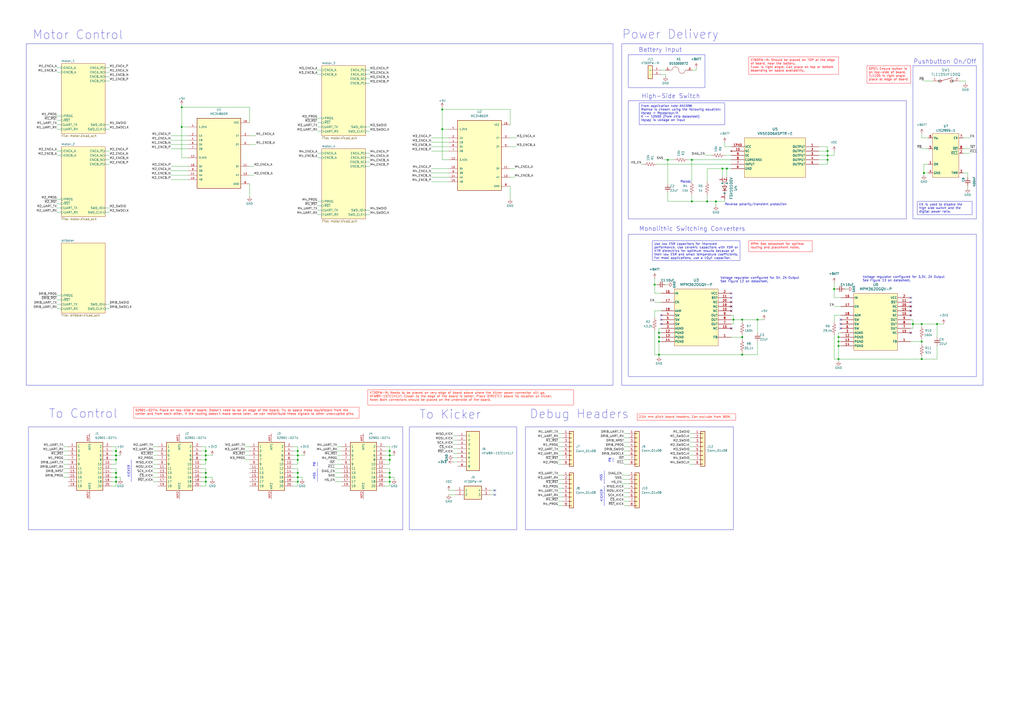
<source format=kicad_sch>
(kicad_sch (version 20231120) (generator "eeschema") (generator_version "8.0")
  (paper "A2")
  (junction (at 486.41 195.58))
  (junction (at 226.06 276.86))
  (junction (at 119.38 274.32))
  (junction (at 172.72 261.62))
  (junction (at 226.06 266.7))
  (junction (at 480.06 90.17))
  (junction (at 382.27 193.04))
  (junction (at 119.38 264.16))
  (junction (at 421.64 97.79))
  (junction (at 172.72 279.4))
  (junction (at 529.59 187.96))
  (junction (at 486.41 200.66))
  (junction (at 534.67 187.96))
  (junction (at 172.72 266.7))
  (junction (at 415.29 116.84))
  (junction (at 534.67 198.12))
  (junction (at 172.72 276.86))
  (junction (at 256.54 74.93))
  (junction (at 67.31 266.7))
  (junction (at 67.31 274.32))
  (junction (at 535.94 100.33))
  (junction (at 382.27 198.12))
  (junction (at 172.72 274.32))
  (junction (at 387.35 92.71))
  (junction (at 226.06 264.16))
  (junction (at 119.38 279.4))
  (junction (at 119.38 266.7))
  (junction (at 226.06 279.4))
  (junction (at 105.41 73.66))
  (junction (at 379.73 165.1))
  (junction (at 67.31 264.16))
  (junction (at 401.32 92.71))
  (junction (at 119.38 261.62))
  (junction (at 67.31 279.4))
  (junction (at 480.06 92.71))
  (junction (at 410.21 116.84))
  (junction (at 439.42 185.42))
  (junction (at 486.41 198.12))
  (junction (at 419.1 97.79))
  (junction (at 67.31 261.62))
  (junction (at 430.53 205.74))
  (junction (at 480.06 87.63))
  (junction (at 483.87 167.64))
  (junction (at 172.72 264.16))
  (junction (at 119.38 276.86))
  (junction (at 543.56 187.96))
  (junction (at 534.67 208.28))
  (junction (at 430.53 195.58))
  (junction (at 382.27 195.58))
  (junction (at 226.06 261.62))
  (junction (at 401.32 116.84))
  (junction (at 382.27 205.74))
  (junction (at 226.06 274.32))
  (junction (at 67.31 276.86))
  (junction (at 425.45 185.42))
  (junction (at 430.53 185.42))
  (junction (at 486.41 208.28))
  (junction (at 256.54 63.5))
  (junction (at 105.41 62.23))
  (no_connect (at 487.68 187.96))
  (no_connect (at 424.18 170.18))
  (no_connect (at 424.18 190.5))
  (no_connect (at 528.32 175.26))
  (no_connect (at 528.32 172.72))
  (no_connect (at 424.18 180.34))
  (no_connect (at 528.32 180.34))
  (no_connect (at 383.54 182.88))
  (no_connect (at 424.18 172.72))
  (no_connect (at 528.32 177.8))
  (no_connect (at 383.54 185.42))
  (no_connect (at 528.32 193.04))
  (no_connect (at 383.54 187.96))
  (no_connect (at 287.02 287.02))
  (no_connect (at 528.32 182.88))
  (no_connect (at 287.02 284.48))
  (no_connect (at 487.68 190.5))
  (no_connect (at 424.18 177.8))
  (no_connect (at 487.68 185.42))
  (no_connect (at 424.18 175.26))
  (polyline (pts (xy 355.6 265.43) (xy 355.6 267.97)))
  (wire (pts (xy 260.35 284.48) (xy 264.16 284.48)))
  (wire (pts (xy 379.73 180.34) (xy 379.73 184.15)))
  (wire (pts (xy 421.64 97.79) (xy 421.64 102.87)))
  (wire (pts (xy 558.8 100.33) (xy 561.34 100.33)))
  (wire (pts (xy 64.77 274.32) (xy 67.31 274.32)))
  (wire (pts (xy 534.67 196.85) (xy 534.67 198.12)))
  (wire (pts (xy 33.02 115.57) (xy 35.56 115.57)))
  (wire (pts (xy 430.53 194.31) (xy 430.53 195.58)))
  (wire (pts (xy 483.87 87.63) (xy 483.87 90.17)))
  (wire (pts (xy 35.56 176.53) (xy 33.02 176.53)))
  (wire (pts (xy 212.09 88.9) (xy 214.63 88.9)))
  (wire (pts (xy 419.1 97.79) (xy 421.64 97.79)))
  (wire (pts (xy 172.72 259.08) (xy 172.72 261.62)))
  (wire (pts (xy 214.63 73.66) (xy 212.09 73.66)))
  (wire (pts (xy 424.18 195.58) (xy 430.53 195.58)))
  (wire (pts (xy 116.84 261.62) (xy 119.38 261.62)))
  (wire (pts (xy 184.15 124.46) (xy 186.69 124.46)))
  (wire (pts (xy 425.45 187.96) (xy 425.45 185.42)))
  (wire (pts (xy 483.87 194.31) (xy 483.87 208.28)))
  (wire (pts (xy 400.05 259.08) (xy 402.59 259.08)))
  (polyline (pts (xy 184.15 271.78) (xy 184.15 279.4)))
  (wire (pts (xy 144.78 78.74) (xy 148.59 78.74)))
  (polyline (pts (xy 350.52 273.05) (xy 350.52 280.67)))
  (wire (pts (xy 184.15 76.2) (xy 186.69 76.2)))
  (wire (pts (xy 116.84 279.4) (xy 119.38 279.4)))
  (wire (pts (xy 116.84 276.86) (xy 119.38 276.86)))
  (wire (pts (xy 105.41 91.44) (xy 105.41 73.66)))
  (wire (pts (xy 379.73 165.1) (xy 379.73 170.18)))
  (wire (pts (xy 381 165.1) (xy 379.73 165.1)))
  (wire (pts (xy 223.52 264.16) (xy 226.06 264.16)))
  (wire (pts (xy 480.06 87.63) (xy 480.06 90.17)))
  (wire (pts (xy 382.27 198.12) (xy 382.27 195.58)))
  (polyline (pts (xy 184.15 267.97) (xy 184.15 270.51)))
  (wire (pts (xy 401.32 92.71) (xy 401.32 105.41)))
  (wire (pts (xy 198.12 276.86) (xy 194.31 276.86)))
  (wire (pts (xy 360.68 278.13) (xy 364.49 278.13)))
  (wire (pts (xy 172.72 274.32) (xy 172.72 276.86)))
  (wire (pts (xy 198.12 269.24) (xy 194.31 269.24)))
  (wire (pts (xy 64.77 259.08) (xy 67.31 259.08)))
  (wire (pts (xy 323.85 288.29) (xy 326.39 288.29)))
  (wire (pts (xy 184.15 43.18) (xy 186.69 43.18)))
  (wire (pts (xy 529.59 190.5) (xy 529.59 187.96)))
  (wire (pts (xy 116.84 269.24) (xy 119.38 269.24)))
  (wire (pts (xy 323.85 264.16) (xy 326.39 264.16)))
  (wire (pts (xy 538.48 95.25) (xy 535.94 95.25)))
  (wire (pts (xy 33.02 171.45) (xy 35.56 171.45)))
  (wire (pts (xy 424.18 97.79) (xy 421.64 97.79)))
  (wire (pts (xy 558.8 80.01) (xy 562.61 80.01)))
  (wire (pts (xy 36.83 264.16) (xy 39.37 264.16)))
  (wire (pts (xy 382.27 205.74) (xy 430.53 205.74)))
  (wire (pts (xy 36.83 276.86) (xy 39.37 276.86)))
  (wire (pts (xy 487.68 200.66) (xy 486.41 200.66)))
  (wire (pts (xy 361.95 285.75) (xy 364.49 285.75)))
  (wire (pts (xy 383.54 40.64) (xy 386.08 40.64)))
  (wire (pts (xy 214.63 124.46) (xy 212.09 124.46)))
  (wire (pts (xy 170.18 259.08) (xy 172.72 259.08)))
  (wire (pts (xy 361.95 290.83) (xy 364.49 290.83)))
  (wire (pts (xy 486.41 209.55) (xy 486.41 208.28)))
  (wire (pts (xy 250.19 85.09) (xy 260.35 85.09)))
  (wire (pts (xy 119.38 264.16) (xy 123.19 264.16)))
  (wire (pts (xy 119.38 279.4) (xy 119.38 281.94)))
  (wire (pts (xy 298.45 102.87) (xy 295.91 102.87)))
  (wire (pts (xy 35.56 120.65) (xy 33.02 120.65)))
  (wire (pts (xy 480.06 92.71) (xy 480.06 95.25)))
  (wire (pts (xy 425.45 182.88) (xy 425.45 185.42)))
  (wire (pts (xy 60.96 87.63) (xy 63.5 87.63)))
  (wire (pts (xy 195.58 259.08) (xy 198.12 259.08)))
  (wire (pts (xy 383.54 180.34) (xy 379.73 180.34)))
  (wire (pts (xy 67.31 261.62) (xy 67.31 264.16)))
  (wire (pts (xy 33.02 87.63) (xy 35.56 87.63)))
  (wire (pts (xy 36.83 274.32) (xy 39.37 274.32)))
  (wire (pts (xy 116.84 266.7) (xy 119.38 266.7)))
  (wire (pts (xy 486.41 198.12) (xy 487.68 198.12)))
  (wire (pts (xy 172.72 264.16) (xy 172.72 266.7)))
  (wire (pts (xy 256.54 74.93) (xy 260.35 74.93)))
  (wire (pts (xy 491.49 167.64) (xy 490.22 167.64)))
  (wire (pts (xy 170.18 281.94) (xy 172.72 281.94)))
  (wire (pts (xy 184.15 40.64) (xy 186.69 40.64)))
  (wire (pts (xy 223.52 269.24) (xy 226.06 269.24)))
  (wire (pts (xy 387.35 111.76) (xy 387.35 116.84)))
  (wire (pts (xy 538.48 100.33) (xy 535.94 100.33)))
  (wire (pts (xy 534.67 80.01) (xy 538.48 80.01)))
  (wire (pts (xy 387.35 116.84) (xy 401.32 116.84)))
  (wire (pts (xy 212.09 91.44) (xy 214.63 91.44)))
  (wire (pts (xy 33.02 118.11) (xy 35.56 118.11)))
  (wire (pts (xy 175.26 276.86) (xy 175.26 278.13)))
  (wire (pts (xy 33.02 74.93) (xy 35.56 74.93)))
  (wire (pts (xy 403.86 40.64) (xy 401.32 40.64)))
  (wire (pts (xy 323.85 293.37) (xy 326.39 293.37)))
  (wire (pts (xy 410.21 97.79) (xy 410.21 105.41)))
  (wire (pts (xy 326.39 251.46) (xy 323.85 251.46)))
  (wire (pts (xy 558.8 86.36) (xy 562.61 86.36)))
  (wire (pts (xy 420.37 82.55) (xy 420.37 85.09)))
  (wire (pts (xy 372.11 95.25) (xy 373.38 95.25)))
  (wire (pts (xy 360.68 275.59) (xy 364.49 275.59)))
  (wire (pts (xy 170.18 261.62) (xy 172.72 261.62)))
  (wire (pts (xy 535.94 95.25) (xy 535.94 100.33)))
  (wire (pts (xy 400.05 251.46) (xy 402.59 251.46)))
  (wire (pts (xy 63.5 123.19) (xy 60.96 123.19)))
  (wire (pts (xy 487.68 193.04) (xy 486.41 193.04)))
  (wire (pts (xy 486.41 200.66) (xy 486.41 198.12)))
  (wire (pts (xy 119.38 259.08) (xy 119.38 261.62)))
  (wire (pts (xy 400.05 269.24) (xy 402.59 269.24)))
  (wire (pts (xy 63.5 74.93) (xy 60.96 74.93)))
  (wire (pts (xy 379.73 175.26) (xy 383.54 175.26)))
  (wire (pts (xy 387.35 92.71) (xy 391.16 92.71)))
  (wire (pts (xy 386.08 43.18) (xy 386.08 44.45)))
  (wire (pts (xy 415.29 116.84) (xy 420.37 116.84)))
  (wire (pts (xy 284.48 287.02) (xy 287.02 287.02)))
  (wire (pts (xy 398.78 92.71) (xy 401.32 92.71)))
  (wire (pts (xy 63.5 179.07) (xy 60.96 179.07)))
  (wire (pts (xy 226.06 259.08) (xy 226.06 261.62)))
  (wire (pts (xy 323.85 290.83) (xy 326.39 290.83)))
  (wire (pts (xy 323.85 259.08) (xy 326.39 259.08)))
  (wire (pts (xy 198.12 271.78) (xy 194.31 271.78)))
  (wire (pts (xy 480.06 90.17) (xy 483.87 90.17)))
  (wire (pts (xy 323.85 254) (xy 326.39 254)))
  (wire (pts (xy 172.72 279.4) (xy 172.72 281.94)))
  (wire (pts (xy 170.18 271.78) (xy 172.72 271.78)))
  (polyline (pts (xy 76.2 266.7) (xy 76.2 279.4)))
  (wire (pts (xy 60.96 92.71) (xy 63.5 92.71)))
  (wire (pts (xy 298.45 97.79) (xy 295.91 97.79)))
  (wire (pts (xy 116.84 274.32) (xy 119.38 274.32)))
  (wire (pts (xy 67.31 271.78) (xy 67.31 274.32)))
  (wire (pts (xy 262.89 252.73) (xy 265.43 252.73)))
  (wire (pts (xy 105.41 73.66) (xy 109.22 73.66)))
  (wire (pts (xy 88.9 276.86) (xy 91.44 276.86)))
  (wire (pts (xy 486.41 200.66) (xy 486.41 208.28)))
  (wire (pts (xy 250.19 102.87) (xy 260.35 102.87)))
  (wire (pts (xy 119.38 261.62) (xy 119.38 264.16)))
  (wire (pts (xy 420.37 90.17) (xy 424.18 90.17)))
  (wire (pts (xy 323.85 285.75) (xy 326.39 285.75)))
  (wire (pts (xy 36.83 261.62) (xy 39.37 261.62)))
  (wire (pts (xy 403.86 39.37) (xy 403.86 40.64)))
  (wire (pts (xy 88.9 274.32) (xy 91.44 274.32)))
  (wire (pts (xy 99.06 99.06) (xy 109.22 99.06)))
  (wire (pts (xy 67.31 274.32) (xy 67.31 276.86)))
  (wire (pts (xy 67.31 276.86) (xy 67.31 279.4)))
  (wire (pts (xy 415.29 116.84) (xy 415.29 119.38)))
  (wire (pts (xy 170.18 266.7) (xy 172.72 266.7)))
  (wire (pts (xy 250.19 80.01) (xy 260.35 80.01)))
  (wire (pts (xy 99.06 81.28) (xy 109.22 81.28)))
  (wire (pts (xy 260.35 287.02) (xy 264.16 287.02)))
  (wire (pts (xy 67.31 264.16) (xy 69.85 264.16)))
  (wire (pts (xy 534.67 187.96) (xy 534.67 189.23)))
  (wire (pts (xy 439.42 198.12) (xy 439.42 205.74)))
  (wire (pts (xy 144.78 83.82) (xy 148.59 83.82)))
  (wire (pts (xy 361.95 288.29) (xy 364.49 288.29)))
  (wire (pts (xy 64.77 261.62) (xy 67.31 261.62)))
  (wire (pts (xy 116.84 264.16) (xy 119.38 264.16)))
  (wire (pts (xy 60.96 39.37) (xy 63.5 39.37)))
  (wire (pts (xy 430.53 204.47) (xy 430.53 205.74)))
  (wire (pts (xy 561.34 107.95) (xy 561.34 109.22)))
  (wire (pts (xy 226.06 274.32) (xy 226.06 276.86)))
  (wire (pts (xy 60.96 41.91) (xy 63.5 41.91)))
  (wire (pts (xy 323.85 266.7) (xy 326.39 266.7)))
  (wire (pts (xy 223.52 274.32) (xy 226.06 274.32)))
  (wire (pts (xy 184.15 91.44) (xy 186.69 91.44)))
  (wire (pts (xy 379.73 161.29) (xy 379.73 165.1)))
  (wire (pts (xy 480.06 90.17) (xy 480.06 92.71)))
  (wire (pts (xy 194.31 279.4) (xy 198.12 279.4)))
  (wire (pts (xy 250.19 105.41) (xy 260.35 105.41)))
  (wire (pts (xy 425.45 185.42) (xy 430.53 185.42)))
  (wire (pts (xy 382.27 190.5) (xy 382.27 193.04)))
  (wire (pts (xy 33.02 179.07) (xy 35.56 179.07)))
  (wire (pts (xy 33.02 173.99) (xy 35.56 173.99)))
  (wire (pts (xy 534.67 208.28) (xy 543.56 208.28)))
  (wire (pts (xy 212.09 48.26) (xy 214.63 48.26)))
  (wire (pts (xy 400.05 256.54) (xy 402.59 256.54)))
  (wire (pts (xy 64.77 276.86) (xy 67.31 276.86)))
  (wire (pts (xy 99.06 78.74) (xy 109.22 78.74)))
  (wire (pts (xy 212.09 93.98) (xy 214.63 93.98)))
  (wire (pts (xy 439.42 185.42) (xy 430.53 185.42)))
  (wire (pts (xy 142.24 261.62) (xy 144.78 261.62)))
  (wire (pts (xy 419.1 97.79) (xy 410.21 97.79)))
  (wire (pts (xy 483.87 208.28) (xy 486.41 208.28)))
  (wire (pts (xy 39.37 259.08) (xy 36.83 259.08)))
  (wire (pts (xy 64.77 264.16) (xy 67.31 264.16)))
  (wire (pts (xy 172.72 271.78) (xy 172.72 274.32)))
  (wire (pts (xy 226.06 266.7) (xy 226.06 269.24)))
  (wire (pts (xy 323.85 256.54) (xy 326.39 256.54)))
  (wire (pts (xy 382.27 195.58) (xy 383.54 195.58)))
  (wire (pts (xy 119.38 271.78) (xy 119.38 274.32)))
  (wire (pts (xy 214.63 76.2) (xy 212.09 76.2)))
  (wire (pts (xy 483.87 182.88) (xy 483.87 186.69)))
  (wire (pts (xy 172.72 264.16) (xy 176.53 264.16)))
  (wire (pts (xy 88.9 261.62) (xy 91.44 261.62)))
  (wire (pts (xy 33.02 39.37) (xy 35.56 39.37)))
  (wire (pts (xy 474.98 87.63) (xy 480.06 87.63)))
  (wire (pts (xy 64.77 279.4) (xy 67.31 279.4)))
  (wire (pts (xy 383.54 190.5) (xy 382.27 190.5)))
  (wire (pts (xy 226.06 261.62) (xy 226.06 264.16)))
  (wire (pts (xy 534.67 198.12) (xy 534.67 199.39)))
  (wire (pts (xy 360.68 280.67) (xy 364.49 280.67)))
  (wire (pts (xy 295.91 85.09) (xy 299.72 85.09)))
  (wire (pts (xy 534.67 86.36) (xy 538.48 86.36)))
  (wire (pts (xy 99.06 96.52) (xy 109.22 96.52)))
  (wire (pts (xy 144.78 106.68) (xy 144.78 114.3)))
  (wire (pts (xy 284.48 284.48) (xy 287.02 284.48)))
  (wire (pts (xy 543.56 187.96) (xy 543.56 195.58)))
  (wire (pts (xy 534.67 207.01) (xy 534.67 208.28)))
  (wire (pts (xy 486.41 208.28) (xy 534.67 208.28)))
  (wire (pts (xy 226.06 264.16) (xy 226.06 266.7)))
  (wire (pts (xy 119.38 266.7) (xy 119.38 269.24)))
  (wire (pts (xy 529.59 185.42) (xy 529.59 187.96)))
  (wire (pts (xy 194.31 274.32) (xy 198.12 274.32)))
  (wire (pts (xy 184.15 116.84) (xy 186.69 116.84)))
  (wire (pts (xy 260.35 92.71) (xy 256.54 92.71)))
  (wire (pts (xy 474.98 85.09) (xy 480.06 85.09)))
  (wire (pts (xy 195.58 264.16) (xy 198.12 264.16)))
  (wire (pts (xy 382.27 193.04) (xy 382.27 195.58)))
  (wire (pts (xy 33.02 69.85) (xy 35.56 69.85)))
  (wire (pts (xy 487.68 195.58) (xy 486.41 195.58)))
  (wire (pts (xy 401.32 92.71) (xy 424.18 92.71)))
  (wire (pts (xy 226.06 276.86) (xy 226.06 279.4)))
  (wire (pts (xy 64.77 281.94) (xy 67.31 281.94)))
  (wire (pts (xy 184.15 71.12) (xy 186.69 71.12)))
  (wire (pts (xy 561.34 100.33) (xy 561.34 102.87)))
  (wire (pts (xy 295.91 80.01) (xy 299.72 80.01)))
  (wire (pts (xy 170.18 269.24) (xy 172.72 269.24)))
  (wire (pts (xy 35.56 72.39) (xy 33.02 72.39)))
  (wire (pts (xy 323.85 261.62) (xy 326.39 261.62)))
  (wire (pts (xy 425.45 185.42) (xy 424.18 185.42)))
  (wire (pts (xy 226.06 264.16) (xy 228.6 264.16)))
  (wire (pts (xy 60.96 95.25) (xy 63.5 95.25)))
  (wire (pts (xy 88.9 264.16) (xy 91.44 264.16)))
  (wire (pts (xy 212.09 45.72) (xy 214.63 45.72)))
  (wire (pts (xy 558.8 88.9) (xy 562.61 88.9)))
  (wire (pts (xy 195.58 266.7) (xy 198.12 266.7)))
  (wire (pts (xy 529.59 187.96) (xy 528.32 187.96)))
  (wire (pts (xy 250.19 97.79) (xy 260.35 97.79)))
  (wire (pts (xy 119.38 276.86) (xy 123.19 276.86)))
  (wire (pts (xy 361.95 261.62) (xy 364.49 261.62)))
  (wire (pts (xy 119.38 274.32) (xy 119.38 276.86)))
  (wire (pts (xy 361.95 259.08) (xy 364.49 259.08)))
  (wire (pts (xy 262.89 255.27) (xy 265.43 255.27)))
  (wire (pts (xy 430.53 185.42) (xy 430.53 186.69)))
  (wire (pts (xy 64.77 266.7) (xy 67.31 266.7)))
  (wire (pts (xy 383.54 193.04) (xy 382.27 193.04)))
  (wire (pts (xy 419.1 102.87) (xy 419.1 97.79)))
  (wire (pts (xy 144.78 62.23) (xy 105.41 62.23)))
  (wire (pts (xy 88.9 269.24) (xy 91.44 269.24)))
  (wire (pts (xy 410.21 116.84) (xy 415.29 116.84)))
  (wire (pts (xy 119.38 264.16) (xy 119.38 266.7)))
  (wire (pts (xy 226.06 271.78) (xy 226.06 274.32)))
  (wire (pts (xy 262.89 267.97) (xy 265.43 267.97)))
  (wire (pts (xy 430.53 195.58) (xy 430.53 196.85)))
  (wire (pts (xy 400.05 264.16) (xy 402.59 264.16)))
  (wire (pts (xy 36.83 266.7) (xy 39.37 266.7)))
  (wire (pts (xy 420.37 116.84) (xy 420.37 115.57)))
  (wire (pts (xy 33.02 123.19) (xy 35.56 123.19)))
  (wire (pts (xy 256.54 63.5) (xy 256.54 74.93)))
  (wire (pts (xy 547.37 187.96) (xy 543.56 187.96)))
  (wire (pts (xy 250.19 100.33) (xy 260.35 100.33)))
  (wire (pts (xy 63.5 120.65) (xy 60.96 120.65)))
  (wire (pts (xy 119.38 276.86) (xy 119.38 279.4)))
  (wire (pts (xy 534.67 77.47) (xy 534.67 80.01)))
  (wire (pts (xy 223.52 281.94) (xy 226.06 281.94)))
  (wire (pts (xy 170.18 274.32) (xy 172.72 274.32)))
  (wire (pts (xy 226.06 279.4) (xy 226.06 281.94)))
  (wire (pts (xy 361.95 251.46) (xy 364.49 251.46)))
  (wire (pts (xy 387.35 165.1) (xy 386.08 165.1)))
  (wire (pts (xy 223.52 271.78) (xy 226.06 271.78)))
  (wire (pts (xy 483.87 167.64) (xy 483.87 172.72)))
  (wire (pts (xy 250.19 87.63) (xy 260.35 87.63)))
  (wire (pts (xy 212.09 43.18) (xy 214.63 43.18)))
  (wire (pts (xy 184.15 68.58) (xy 186.69 68.58)))
  (wire (pts (xy 560.07 46.99) (xy 560.07 48.26)))
  (wire (pts (xy 262.89 260.35) (xy 265.43 260.35)))
  (wire (pts (xy 99.06 101.6) (xy 109.22 101.6)))
  (wire (pts (xy 88.9 279.4) (xy 91.44 279.4)))
  (wire (pts (xy 383.54 170.18) (xy 379.73 170.18)))
  (wire (pts (xy 474.98 90.17) (xy 480.06 90.17)))
  (wire (pts (xy 262.89 257.81) (xy 265.43 257.81)))
  (wire (pts (xy 142.24 259.08) (xy 144.78 259.08)))
  (wire (pts (xy 123.19 276.86) (xy 123.19 278.13)))
  (wire (pts (xy 424.18 182.88) (xy 425.45 182.88)))
  (wire (pts (xy 256.54 92.71) (xy 256.54 74.93)))
  (wire (pts (xy 67.31 264.16) (xy 67.31 266.7)))
  (wire (pts (xy 142.24 266.7) (xy 144.78 266.7)))
  (wire (pts (xy 483.87 177.8) (xy 487.68 177.8)))
  (wire (pts (xy 384.81 92.71) (xy 387.35 92.71)))
  (wire (pts (xy 535.94 46.99) (xy 541.02 46.99)))
  (wire (pts (xy 147.32 101.6) (xy 144.78 101.6)))
  (wire (pts (xy 382.27 207.01) (xy 382.27 205.74)))
  (wire (pts (xy 381 95.25) (xy 424.18 95.25)))
  (wire (pts (xy 262.89 262.89) (xy 265.43 262.89)))
  (wire (pts (xy 387.35 92.71) (xy 387.35 106.68)))
  (wire (pts (xy 172.72 276.86) (xy 175.26 276.86)))
  (wire (pts (xy 379.73 191.77) (xy 379.73 205.74)))
  (wire (pts (xy 88.9 259.08) (xy 91.44 259.08)))
  (wire (pts (xy 60.96 46.99) (xy 63.5 46.99)))
  (wire (pts (xy 116.84 259.08) (xy 119.38 259.08)))
  (wire (pts (xy 323.85 278.13) (xy 326.39 278.13)))
  (wire (pts (xy 485.14 167.64) (xy 483.87 167.64)))
  (wire (pts (xy 295.91 72.39) (xy 295.91 63.5)))
  (wire (pts (xy 60.96 90.17) (xy 63.5 90.17)))
  (wire (pts (xy 63.5 72.39) (xy 60.96 72.39)))
  (wire (pts (xy 486.41 195.58) (xy 486.41 198.12)))
  (wire (pts (xy 323.85 280.67) (xy 326.39 280.67)))
  (wire (pts (xy 33.02 41.91) (xy 35.56 41.91)))
  (wire (pts (xy 382.27 198.12) (xy 382.27 205.74)))
  (wire (pts (xy 195.58 261.62) (xy 198.12 261.62)))
  (wire (pts (xy 67.31 279.4) (xy 67.31 281.94)))
  (wire (pts (xy 212.09 96.52) (xy 214.63 96.52)))
  (wire (pts (xy 408.94 90.17) (xy 412.75 90.17)))
  (wire (pts (xy 295.91 107.95) (xy 295.91 115.57)))
  (wire (pts (xy 361.95 264.16) (xy 364.49 264.16)))
  (wire (pts (xy 487.68 182.88) (xy 483.87 182.88)))
  (wire (pts (xy 36.83 271.78) (xy 39.37 271.78)))
  (wire (pts (xy 223.52 266.7) (xy 226.06 266.7)))
  (wire (pts (xy 170.18 276.86) (xy 172.72 276.86)))
  (wire (pts (xy 99.06 86.36) (xy 109.22 86.36)))
  (wire (pts (xy 105.41 60.96) (xy 105.41 62.23)))
  (wire (pts (xy 184.15 88.9) (xy 186.69 88.9)))
  (wire (pts (xy 63.5 176.53) (xy 60.96 176.53)))
  (wire (pts (xy 172.72 261.62) (xy 172.72 264.16)))
  (wire (pts (xy 228.6 276.86) (xy 228.6 278.13)))
  (wire (pts (xy 323.85 275.59) (xy 326.39 275.59)))
  (wire (pts (xy 430.53 205.74) (xy 439.42 205.74)))
  (wire (pts (xy 226.06 276.86) (xy 228.6 276.86)))
  (wire (pts (xy 67.31 266.7) (xy 67.31 269.24)))
  (wire (pts (xy 116.84 281.94) (xy 119.38 281.94)))
  (wire (pts (xy 33.02 90.17) (xy 35.56 90.17)))
  (wire (pts (xy 186.69 73.66) (xy 184.15 73.66)))
  (wire (pts (xy 410.21 113.03) (xy 410.21 116.84)))
  (wire (pts (xy 480.06 85.09) (xy 480.06 87.63)))
  (wire (pts (xy 383.54 198.12) (xy 382.27 198.12)))
  (wire (pts (xy 105.41 62.23) (xy 105.41 73.66)))
  (wire (pts (xy 543.56 187.96) (xy 534.67 187.96)))
  (wire (pts (xy 88.9 266.7) (xy 91.44 266.7)))
  (wire (pts (xy 116.84 271.78) (xy 119.38 271.78)))
  (wire (pts (xy 36.83 269.24) (xy 39.37 269.24)))
  (wire (pts (xy 528.32 198.12) (xy 534.67 198.12)))
  (wire (pts (xy 223.52 279.4) (xy 226.06 279.4)))
  (wire (pts (xy 361.95 266.7) (xy 364.49 266.7)))
  (wire (pts (xy 383.54 43.18) (xy 386.08 43.18)))
  (wire (pts (xy 400.05 254) (xy 402.59 254)))
  (wire (pts (xy 223.52 276.86) (xy 226.06 276.86)))
  (wire (pts (xy 64.77 271.78) (xy 67.31 271.78)))
  (wire (pts (xy 439.42 185.42) (xy 439.42 193.04)))
  (wire (pts (xy 361.95 269.24) (xy 364.49 269.24)))
  (wire (pts (xy 379.73 205.74) (xy 382.27 205.74)))
  (wire (pts (xy 474.98 92.71) (xy 480.06 92.71)))
  (wire (pts (xy 543.56 200.66) (xy 543.56 208.28)))
  (wire (pts (xy 172.72 266.7) (xy 172.72 269.24)))
  (wire (pts (xy 186.69 121.92) (xy 184.15 121.92)))
  (wire (pts (xy 487.68 172.72) (xy 483.87 172.72)))
  (wire (pts (xy 483.87 163.83) (xy 483.87 167.64)))
  (wire (pts (xy 60.96 44.45) (xy 63.5 44.45)))
  (wire (pts (xy 323.85 283.21) (xy 326.39 283.21)))
  (wire (pts (xy 170.18 279.4) (xy 172.72 279.4)))
  (wire (pts (xy 69.85 276.86) (xy 69.85 278.13)))
  (wire (pts (xy 361.95 256.54) (xy 364.49 256.54)))
  (wire (pts (xy 528.32 185.42) (xy 529.59 185.42)))
  (wire (pts (xy 528.32 190.5) (xy 529.59 190.5)))
  (wire (pts (xy 529.59 187.96) (xy 534.67 187.96)))
  (wire (pts (xy 147.32 96.52) (xy 144.78 96.52)))
  (wire (pts (xy 184.15 119.38) (xy 186.69 119.38)))
  (wire (pts (xy 439.42 185.42) (xy 443.23 185.42)))
  (wire (pts (xy 323.85 269.24) (xy 326.39 269.24)))
  (wire (pts (xy 214.63 121.92) (xy 212.09 121.92)))
  (wire (pts (xy 64.77 269.24) (xy 67.31 269.24)))
  (wire (pts (xy 400.05 261.62) (xy 402.59 261.62)))
  (wire (pts (xy 256.54 62.23) (xy 256.54 63.5)))
  (wire (pts (xy 480.06 95.25) (xy 474.98 95.25)))
  (wire (pts (xy 361.95 293.37) (xy 364.49 293.37)))
  (wire (pts (xy 361.95 283.21) (xy 364.49 283.21)))
  (wire (pts (xy 170.18 264.16) (xy 172.72 264.16)))
  (wire (pts (xy 99.06 83.82) (xy 109.22 83.82)))
  (wire (pts (xy 401.32 116.84) (xy 410.21 116.84)))
  (wire (pts (xy 556.26 46.99) (xy 560.07 46.99)))
  (wire (pts (xy 212.09 40.64) (xy 214.63 40.64)))
  (wire (pts (xy 223.52 261.62) (xy 226.06 261.62)))
  (wire (pts (xy 67.31 276.86) (xy 69.85 276.86)))
  (wire (pts (xy 401.32 113.03) (xy 401.32 116.84)))
  (wire (pts (xy 172.72 276.86) (xy 172.72 279.4)))
  (wire (pts (xy 424.18 85.09) (xy 420.37 85.09)))
  (wire (pts (xy 99.06 104.14) (xy 109.22 104.14)))
  (polyline (pts (xy 350.52 281.94) (xy 350.52 293.37)))
  (wire (pts (xy 400.05 266.7) (xy 402.59 266.7)))
  (wire (pts (xy 109.22 91.44) (xy 105.41 91.44)))
  (wire (pts (xy 144.78 71.12) (xy 144.78 62.23)))
  (wire (pts (xy 361.95 254) (xy 364.49 254)))
  (wire (pts (xy 223.52 259.08) (xy 226.06 259.08)))
  (wire (pts (xy 424.18 187.96) (xy 425.45 187.96)))
  (wire (pts (xy 88.9 271.78) (xy 91.44 271.78)))
  (wire (pts (xy 295.91 63.5) (xy 256.54 63.5)))
  (wire (pts (xy 535.94 100.33) (xy 535.94 101.6)))
  (wire (pts (xy 262.89 265.43) (xy 265.43 265.43)))
  (wire (pts (xy 142.24 264.16) (xy 144.78 264.16)))
  (wire (pts (xy 67.31 259.08) (xy 67.31 261.62)))
  (wire (pts (xy 486.41 193.04) (xy 486.41 195.58)))
  (wire (pts (xy 33.02 67.31) (xy 35.56 67.31)))
  (wire (pts (xy 250.19 82.55) (xy 260.35 82.55)))
  (rectangle (start 237.49 247.65) (end 299.72 307.34))
  (rectangle (start 364.49 135.89) (end 566.42 218.44))
  (rectangle (start 364.49 58.42) (end 525.78 127))
  (rectangle (start 360.68 25.4) (end 570.23 223.52))
  (rectangle (start 529.59 38.1) (end 566.42 127))
  (rectangle (start 364.49 31.75) (end 408.94 50.8))
  (rectangle (start 16.51 247.65) (end 233.68 307.34))
  (rectangle (start 304.8 247.65) (end 425.45 307.34))
  (rectangle (start 15.24 25.4) (end 355.6 223.52))
  (text_box "SPST: Ensure button is on top-side of board. TL1105 is right angle, place at edge of board" (at 502.92 38.1 0) (size 25.4 10.16) (stroke (width 0) (color 255 0 15 1)) (effects (font (size 1.27 1.27)) (justify left top)))
  (text_box "From application note AN1596\nRsense is chosen using the following equation:\nV_{SENSE} = R_{SENSE}I_{OUT}/K\nK ~= 10500 (from chip datasheet)\nV_{SENSE} is voltage on input" (at 370.84 59.69 0) (size 49.53 12.7) (effects (font (size 1.27 1.27)) (justify left top)))
  (text_box "EN is used to disable the high side switch and the digital power rails.\n" (at 532.13 116.84 0) (size 31.75 7.62) (effects (font (size 1.27 1.27)) (justify left top)))
  (text_box "Use low ESR capacitors for improved performance. Use ceramic capacitors with X5R or X7R dielectrics for optimum results because of their low ESR and small temperature coefficients. For most applications, use a 10μF capacitor." (at 378.46 139.7 0) (size 50.8 11.43) (effects (font (size 1.27 1.27)) (justify left top)))
  (text_box "XT60PW-M: Should be placed on TOP at the edge of board, near the battery.\nFuse: Is right angle. Can place on top or bottom depending on space availability." (at 434.34 33.02 0) (size 52.07 10.16) (stroke (width 0) (color 255 0 11 1)) (effects (font (size 1.27 1.27)) (justify left top)))
  (text_box "XT30PW-M: Needs to be placed on very edge of board above where the kicker power connector will go.\nHFW8R-1STE1H1LF: Closer to the edge of the board is better. Place DIRECTLY above its location on kicker.\nNote: Both connectors should be placed on the underside of the board." (at 213.36 226.06 0) (size 119.38 8.89) (stroke (width 0) (color 255 0 10 1)) (effects (font (size 1.27 1.27)) (justify left top)))
  (text_box "52901-0274: Place on top-side of board. Doesn't need to be on edge of the board. Try to space these equidistant from the center and from each other. If the routing doesn't make sense later, we can redistribute these signals to other unoccupied pins." (at 77.47 236.22 0) (size 130.81 6.35) (stroke (width 0) (color 255 4 0 1)) (effects (font (size 1.27 1.27)) (justify left top)))
  (text_box "2.54 mm pitch board headers. Can exclude from BOM." (at 369.57 240.03 0) (size 57.15 3.81) (stroke (width 0) (color 255 0 10 1)) (effects (font (size 1.27 1.27)) (justify left top)))
  (text_box "MPM: See datasheet for optimal routing and placement notes." (at 434.34 139.7 0) (size 36.83 6.35) (stroke (width 0) (color 255 0 7 1)) (effects (font (size 1.27 1.27)) (justify left top)))
  (text "HSS" (at 348.742 277.114 90) (effects (font (size 1.27 1.27))))
  (text "Reverse polarity/transient protection" (at 438.404 118.618 0) (effects (font (size 1.27 1.27))))
  (text "HSS" (at 182.372 276.098 90) (effects (font (size 1.27 1.27))))
  (text "Debug Headers" (at 336.042 240.284 0) (effects (font (size 5.08 5.08))))
  (text "KICKER" (at 348.996 287.528 90) (effects (font (size 1.27 1.27))))
  (text "Battery Input" (at 383.032 28.956 0) (effects (font (size 2.54 2.54))))
  (text "Voltage regulator configured for 3.3V, 2A Output\nSee Figure 13 on datasheet." (at 500.38 161.798 0) (effects (font (size 1.27 1.27)) (justify left)))
  (text "Power Delivery" (at 388.874 20.066 0) (effects (font (size 5.08 5.08))))
  (text "PB" (at 182.372 269.494 90) (effects (font (size 1.27 1.27))))
  (text "To Kicker" (at 261.112 240.538 0) (effects (font (size 5.08 5.08))))
  (text "PB" (at 353.822 266.954 90) (effects (font (size 1.27 1.27))))
  (text "Monolithic Switching Converters" (at 401.574 132.842 0) (effects (font (size 2.54 2.54))))
  (text "KICKER" (at 74.676 273.304 90) (effects (font (size 1.27 1.27))))
  (text "High-Side Switch" (at 389.128 55.88 0) (effects (font (size 2.54 2.54))))
  (text "R_{SENSE}" (at 397.764 105.41 0) (effects (font (size 1.27 1.27))))
  (text "Voltage regulator configured for 5V, 2A Output\nSee Figure 12 on datasheet." (at 417.83 162.306 0) (effects (font (size 1.27 1.27)) (justify left)))
  (text "Pushbutton On/Off" (at 548.132 35.814 0) (effects (font (size 2.54 2.54))))
  (text "Motor Control" (at 45.212 20.32 0) (effects (font (size 5.08 5.08))))
  (text "To Control" (at 48.26 240.03 0) (effects (font (size 5.08 5.08))))
  (label "DRIB_UART_TX" (at 36.83 269.24 180))
  (label "M3_UART_TX" (at 142.24 259.08 180))
  (label "M2_PROG" (at 323.85 269.24 180))
  (label "~{KILL}" (at 361.95 269.24 180))
  (label "M2_ENCB_A" (at 33.02 90.17 180))
  (label "M4_ENCB_A" (at 298.45 102.87 0))
  (label "DIAG_EN" (at 360.68 275.59 180))
  (label "M2_PROG" (at 33.02 115.57 180))
  (label "M3_PROG" (at 142.24 266.7 180))
  (label "~{M1_RST}" (at 33.02 69.85 180))
  (label "M4_SWDCLK" (at 400.05 269.24 180))
  (label "SNS" (at 384.81 92.71 180))
  (label "M2_SWDCLK" (at 63.5 123.19 0))
  (label "~{M4_RST}" (at 323.85 290.83 180))
  (label "~{KILL}" (at 194.31 271.78 180))
  (label "DRIB_PROG" (at 33.02 171.45 180))
  (label "~{M1_RST}" (at 323.85 256.54 180))
  (label "M4_UART_TX" (at 323.85 285.75 180))
  (label "DRIB_SWDCLK" (at 361.95 264.16 180))
  (label "M2_UART_RX" (at 88.9 261.62 180))
  (label "M1_ENCA_N" (at 63.5 41.91 0))
  (label "M1_SWDIO" (at 400.05 251.46 180))
  (label "M2_ENCA_N" (at 99.06 99.06 180))
  (label "M1_UART_TX" (at 33.02 72.39 180))
  (label "M1_ENCB_N" (at 99.06 83.82 180))
  (label "M2_UART_RX" (at 323.85 264.16 180))
  (label "M1_PROG" (at 33.02 67.31 180))
  (label "M3_UART_RX" (at 184.15 76.2 180))
  (label "M3_UART_RX" (at 142.24 261.62 180))
  (label "M3_ENCA_N" (at 214.63 43.18 0))
  (label "M3_ENCB_A" (at 299.72 85.09 0))
  (label "M2_ENCB_A" (at 147.32 101.6 0))
  (label "~{RST}_KICK" (at 88.9 279.4 180))
  (label "M2_SWDIO" (at 400.05 256.54 180))
  (label "M4_UART_RX" (at 184.15 124.46 180))
  (label "M4_UART_RX" (at 323.85 288.29 180))
  (label "M4_ENCA_P" (at 214.63 88.9 0))
  (label "HS_EN" (at 372.11 95.25 180))
  (label "DRIB_UART_TX" (at 33.02 176.53 180))
  (label "M3_UART_TX" (at 184.15 73.66 180))
  (label "DRIB_SWDCLK" (at 63.5 179.07 0))
  (label "M4_PROG" (at 195.58 266.7 180))
  (label "~{M2_RST}" (at 33.02 118.11 180))
  (label "M1_UART_RX" (at 36.83 261.62 180))
  (label "M1_UART_TX" (at 323.85 251.46 180))
  (label "M2_ENCA_P" (at 99.06 96.52 180))
  (label "M2_SWDIO" (at 63.5 120.65 0))
  (label "EN" (at 483.87 177.8 180))
  (label "M4_PROG" (at 323.85 293.37 180))
  (label "~{M3_RST}" (at 142.24 264.16 180))
  (label "M3_ENCA_A" (at 299.72 80.01 0))
  (label "M1_ENCB_A" (at 148.59 83.82 0))
  (label "M2_UART_TX" (at 33.02 120.65 180))
  (label "M2_ENCA_N" (at 63.5 90.17 0))
  (label "M2_ENCA_A" (at 147.32 96.52 0))
  (label "EN" (at 379.73 175.26 180))
  (label "M1_UART_RX" (at 33.02 74.93 180))
  (label "M3_SWDCLK" (at 400.05 264.16 180))
  (label "M2_ENCB_N" (at 63.5 92.71 0))
  (label "M1_ENCA_N" (at 99.06 81.28 180))
  (label "M2_SWDCLK" (at 400.05 259.08 180))
  (label "M3_SWDIO" (at 214.63 73.66 0))
  (label "M1_ENCA_A" (at 148.59 78.74 0))
  (label "M2_UART_TX" (at 88.9 259.08 180))
  (label "~{CS}_KICK" (at 262.89 260.35 180))
  (label "~{INT}" (at 562.61 86.36 0))
  (label "DRIB_SWDIO" (at 361.95 261.62 180))
  (label "~{INT}" (at 194.31 269.24 180))
  (label "M4_ENCA_N" (at 214.63 91.44 0))
  (label "~{DRIB_RST}" (at 33.02 173.99 180))
  (label "DRIB_UART_TX" (at 361.95 251.46 180))
  (label "M2_PROG" (at 88.9 266.7 180))
  (label "MISO_KICK" (at 361.95 283.21 180))
  (label "~{M2_RST}" (at 323.85 266.7 180))
  (label "M2_ENCB_N" (at 99.06 101.6 180))
  (label "~{PB}" (at 535.94 46.99 180))
  (label "M3_SWDIO" (at 400.05 261.62 180))
  (label "M1_ENCB_P" (at 63.5 46.99 0))
  (label "M3_ENCB_N" (at 250.19 85.09 180))
  (label "M3_ENCB_P" (at 250.19 87.63 180))
  (label "M3_PROG" (at 184.15 68.58 180))
  (label "DRIB_UART_RX" (at 36.83 271.78 180))
  (label "DRIB_UART_RX" (at 361.95 254 180))
  (label "DRIB_NRST" (at 361.95 256.54 180))
  (label "MOSI_KICK" (at 262.89 255.27 180))
  (label "SCK_KICK" (at 88.9 274.32 180))
  (label "M4_ENCA_A" (at 184.15 88.9 180))
  (label "M2_ENCB_P" (at 63.5 95.25 0))
  (label "M3_ENCB_A" (at 184.15 43.18 180))
  (label "M4_SWDCLK" (at 214.63 124.46 0))
  (label "M3_ENCA_P" (at 250.19 80.01 180))
  (label "M4_ENCA_N" (at 250.19 100.33 180))
  (label "M1_UART_TX" (at 36.83 259.08 180))
  (label "SCK_KICK" (at 361.95 288.29 180))
  (label "HS_EN" (at 194.31 279.4 180))
  (label "M3_SWDCLK" (at 214.63 76.2 0))
  (label "M2_ENCA_P" (at 63.5 87.63 0))
  (label "DRIB_NRST" (at 36.83 274.32 180))
  (label "M1_UART_RX" (at 323.85 254 180))
  (label "MOSI_KICK" (at 88.9 271.78 180))
  (label "M3_ENCA_N" (at 250.19 82.55 180))
  (label "DRIB_UART_RX" (at 33.02 179.07 180))
  (label "M1_SWDCLK" (at 63.5 74.93 0))
  (label "M2_UART_RX" (at 33.02 123.19 180))
  (label "M2_ENCA_A" (at 33.02 87.63 180))
  (label "~{KILL}" (at 562.61 88.9 0))
  (label "M4_UART_RX" (at 195.58 261.62 180))
  (label "~{M4_RST}" (at 195.58 264.16 180))
  (label "~{M4_RST}" (at 184.15 119.38 180))
  (label "M4_SWDIO" (at 214.63 121.92 0))
  (label "M3_UART_RX" (at 323.85 278.13 180))
  (label "M2_ENCB_P" (at 99.06 104.14 180))
  (label "M3_PROG" (at 323.85 283.21 180))
  (label "M1_ENCA_A" (at 33.02 39.37 180))
  (label "EN" (at 562.61 80.01 0))
  (label "MOSI_KICK" (at 361.95 285.75 180))
  (label "M1_ENCA_P" (at 99.06 78.74 180))
  (label "M3_ENCA_P" (at 214.63 40.64 0))
  (label "M4_ENCB_A" (at 184.15 91.44 180))
  (label "M1_ENCB_N" (at 63.5 44.45 0))
  (label "DRIB_PROG" (at 361.95 259.08 180))
  (label "~{M3_RST}" (at 184.15 71.12 180))
  (label "M4_ENCB_P" (at 214.63 96.52 0))
  (label "M3_ENCB_N" (at 214.63 45.72 0))
  (label "M4_ENCB_P" (at 250.19 105.41 180))
  (label "M3_ENCB_P" (at 214.63 48.26 0))
  (label "SNS" (at 360.68 278.13 180))
  (label "M4_SWDIO" (at 400.05 266.7 180))
  (label "M1_ENCB_P" (at 99.06 86.36 180))
  (label "M2_UART_TX" (at 323.85 261.62 180))
  (label "SNS" (at 194.31 276.86 180))
  (label "M1_ENCB_A" (at 33.02 41.91 180))
  (label "M1_SWDCLK" (at 400.05 254 180))
  (label "~{M1_RST}" (at 36.83 264.16 180))
  (label "M4_ENCB_N" (at 250.19 102.87 180))
  (label "MISO_KICK" (at 262.89 252.73 180))
  (label "DRIB_PROG" (at 36.83 276.86 180))
  (label "DIAG_EN" (at 408.94 90.17 180))
  (label "~{PB}" (at 534.67 86.36 180))
  (label "M4_UART_TX" (at 195.58 259.08 180))
  (label "M1_PROG" (at 36.83 266.7 180))
  (label "~{M2_RST}" (at 88.9 264.16 180))
  (label "M4_PROG" (at 184.15 116.84 180))
  (label "MISO_KICK" (at 88.9 269.24 180))
  (label "~{CS}_KICK" (at 361.95 290.83 180))
  (label "M4_UART_TX" (at 184.15 121.92 180))
  (label "M4_ENCB_N" (at 214.63 93.98 0))
  (label "DIAG_EN" (at 194.31 274.32 180))
  (label "M3_ENCA_A" (at 184.15 40.64 180))
  (label "M1_SWDIO" (at 63.5 72.39 0))
  (label "M4_ENCA_P" (at 250.19 97.79 180))
  (label "~{M3_RST}" (at 323.85 280.67 180))
  (label "HS_EN" (at 360.68 280.67 180))
  (label "DRIB_SWDIO" (at 63.5 176.53 0))
  (label "M1_PROG" (at 323.85 259.08 180))
  (label "~{CS}_KICK" (at 88.9 276.86 180))
  (label "~{RST}_KICK" (at 361.95 293.37 180))
  (label "~{RST}_KICK" (at 262.89 262.89 180))
  (label "SCK_KICK" (at 262.89 257.81 180))
  (label "M1_ENCA_P" (at 63.5 39.37 0))
  (label "M3_UART_TX" (at 323.85 275.59 180))
  (label "M4_ENCA_A" (at 298.45 97.79 0))
  (label "~{INT}" (at 361.95 266.7 180))
  (symbol (lib_id "Device:C_Small") (at 387.35 109.22 0) (unit 1)
    (property "Reference" "C2" (at 388.62 107.95 0) (effects (justify left)))
    (property "Value" "22uF" (at 388.62 110.49 0) (effects (justify left)))
    (property "Footprint" "Capacitor_SMD:C_1206_3216Metric" (effects (hide yes)))
    (property "Description" "Unpolarized capacitor, small symbol" (effects (hide yes)))
  )
  (symbol (lib_id "Device:C_Small") (at 439.42 195.58 0) (unit 1)
    (property "Reference" "C3" (at 440.69 194.31 0) (effects (justify left)))
    (property "Value" "22uF" (at 440.69 196.85 0) (effects (justify left)))
    (property "Footprint" "Capacitor_SMD:C_1206_3216Metric" (effects (hide yes)))
    (property "Description" "Unpolarized capacitor, small symbol" (effects (hide yes)))
  )
  (symbol (lib_id "Device:C_Small") (at 543.56 198.12 0) (unit 1)
    (property "Reference" "C5" (at 544.83 196.85 0) (effects (justify left)))
    (property "Value" "22uF" (at 544.83 199.39 0) (effects (justify left)))
    (property "Footprint" "Capacitor_SMD:C_1206_3216Metric" (effects (hide yes)))
    (property "Description" "Unpolarized capacitor, small symbol" (effects (hide yes)))
  )
  (symbol (lib_id "Device:R_US") (at 401.32 109.22 180) (unit 1)
    (property "Reference" "R4" (at 397.51 107.95 0))
    (property "Value" "15k" (at 397.51 110.49 0))
    (property "Footprint" "Resistor_SMD:R_0603_1608Metric" (effects (hide yes)))
    (property "Description" "Resistor, US symbol" (effects (hide yes)))
  )
  (symbol (lib_id "Connector_Generic:Conn_01x08") (at 331.47 283.21 0) (unit 1)
    (property "Reference" "J8" (at 334.01 283.2099 0) (effects (justify left)))
    (property "Value" "Conn_01x08" (at 334.01 285.7499 0) (effects (justify left)))
    (property "Footprint" "Connector_PinHeader_2.54mm:PinHeader_1x08_P2.54mm_Vertical" (effects (hide yes)))
    (property "Description" "Generic connector, single row, 01x08, script generated (kicad-library-utils/schlib/autogen/connector/)" (effects (hide yes)))
  )
  (symbol (lib_id "power:GND") (at 228.6 278.13 0) (unit 1)
    (property "Reference" "#PWR010" (effects (hide yes)))
    (property "Value" "GND" (at 228.6 281.94 0))
    (property "Description" "Power symbol creates a global label with name \"GND\" , ground" (effects (hide yes)))
  )
  (symbol (lib_id "power:+5V") (at 105.41 60.96 0) (unit 1)
    (property "Reference" "#PWR03" (effects (hide yes)))
    (property "Value" "+5V" (at 105.41 57.15 0))
    (property "Description" "Power symbol creates a global label with name \"+5V\"" (effects (hide yes)))
  )
  (symbol (lib_id "power:GND") (at 262.89 265.43 270) (mirror x) (unit 1)
    (property "Reference" "#PWR014" (effects (hide yes)))
    (property "Value" "GND" (at 259.08 265.43 0))
    (property "Description" "Power symbol creates a global label with name \"GND\" , ground" (effects (hide yes)))
  )
  (symbol (lib_id "Connector_Generic:Conn_01x08") (at 369.57 259.08 0) (unit 1)
    (property "Reference" "J9" (at 372.11 259.0799 0) (effects (justify left)))
    (property "Value" "Conn_01x08" (at 372.11 261.366 0) (effects (justify left)))
    (property "Footprint" "Connector_PinHeader_2.54mm:PinHeader_1x08_P2.54mm_Vertical" (effects (hide yes)))
    (property "Description" "Generic connector, single row, 01x08, script generated (kicad-library-utils/schlib/autogen/connector/)" (effects (hide yes)))
  )
  (symbol (lib_id "power:+BATT") (at 534.67 77.47 0) (unit 1)
    (property "Reference" "#PWR029" (effects (hide yes)))
    (property "Value" "+BATT" (at 534.67 72.39 0))
    (property "Description" "Power symbol creates a global label with name \"+BATT\"" (effects (hide yes)))
  )
  (symbol (lib_id "Connector_Generic:Conn_01x08") (at 331.47 259.08 0) (unit 1)
    (property "Reference" "J7" (at 334.01 259.0799 0) (effects (justify left)))
    (property "Value" "Conn_01x08" (at 334.01 261.6199 0) (effects (justify left)))
    (property "Footprint" "Connector_PinHeader_2.54mm:PinHeader_1x08_P2.54mm_Vertical" (effects (hide yes)))
    (property "Description" "Generic connector, single row, 01x08, script generated (kicad-library-utils/schlib/autogen/connector/)" (effects (hide yes)))
  )
  (symbol (lib_id "Device:R_US") (at 483.87 190.5 180) (unit 1)
    (property "Reference" "R9" (at 480.06 189.23 0))
    (property "Value" "29.4k" (at 480.06 191.77 0))
    (property "Footprint" "Resistor_SMD:R_0603_1608Metric" (effects (hide yes)))
    (property "Description" "Resistor, US symbol" (effects (hide yes)))
  )
  (symbol (lib_id "power:+5V") (at 69.85 264.16 0) (unit 1)
    (property "Reference" "#PWR01" (effects (hide yes)))
    (property "Value" "+5V" (at 69.85 259.08 0))
    (property "Description" "Power symbol creates a global label with name \"+5V\"" (effects (hide yes)))
  )
  (symbol (lib_id "power:GND") (at 491.49 167.64 90) (unit 1)
    (property "Reference" "#PWR028" (effects (hide yes)))
    (property "Value" "GND" (at 495.3 167.64 0))
    (property "Description" "Power symbol creates a global label with name \"GND\" , ground" (effects (hide yes)))
  )
  (symbol (lib_id "power:+BATT") (at 483.87 163.83 0) (unit 1)
    (property "Reference" "#PWR026" (effects (hide yes)))
    (property "Value" "+BATT" (at 483.87 158.75 0))
    (property "Description" "Power symbol creates a global label with name \"+BATT\"" (effects (hide yes)))
  )
  (symbol (lib_id "power:VDC") (at 483.87 87.63 0) (unit 1)
    (property "Reference" "#PWR025" (effects (hide yes)))
    (property "Value" "VDC" (at 483.87 82.55 0))
    (property "Description" "Power symbol creates a global label with name \"VDC\"" (effects (hide yes)))
  )
  (symbol (lib_id "RoboJackets-Connectors:XT60PW-M") (at 377.19 43.18 0) (unit 1)
    (property "Reference" "J11" (at 377.19 34.29 0))
    (property "Value" "XT60PW-M" (at 377.19 36.576 0))
    (property "Footprint" "RoboJackets-Connectors:XT60PWM" (effects (hide yes)))
    (property "Datasheet" "https://www.tme.eu/Document/b13629717d44ae038681dba08d18c0b6/XT60PW-M.pdf" (effects (hide yes)))
    (property "Description" "Socket, DC supply, male, PIN: 2" (effects (hide yes)))
    (property "Vendor" "TME" (effects (hide yes)))
    (property "Vendor P/N" "XT60PW-M" (effects (hide yes)))
    (property "Vendor URL" "https://www.tme.com/us/en-us/details/xt60pw-m/dc-power-connectors/amass/" (effects (hide yes)))
    (property "Manufacturer" "Amass" (effects (hide yes)))
    (property "Manufacturer P/N" "XT60PW-M" (effects (hide yes)))
  )
  (symbol (lib_id "RoboJackets-Connectors:52901-0274") (at 210.82 251.46 270) (unit 1)
    (property "Reference" "J4" (at 213.8365 251.46 90) (effects (justify left)))
    (property "Value" "52901-0274" (at 213.8365 254 90) (effects (justify left)))
    (property "Footprint" "RoboJackets-Connectors:529010274" (effects (hide yes)))
    (property "Datasheet" "https://www.molex.com/pdm_docs/sd/529010274_sd.pdf" (effects (hide yes)))
    (property "Description" "Molex SlimStack Series 52901 Series Number 0.635mm Pitch 20 Way 2 Row Straight PCB Socket, Surface Mount, Solder" (effects (hide yes)))
    (property "Height" "10.45" (effects (hide yes)))
    (property "Manufacturer_Name" "Molex" (effects (hide yes)))
    (property "Manufacturer_Part_Number" "52901-0274" (effects (hide yes)))
    (property "Mouser Part Number" "538-52901-0274" (effects (hide yes)))
    (property "Mouser Price/Stock" "https://www.mouser.co.uk/ProductDetail/Molex/52901-0274?qs=5MaBjaOy8G1z2e7RZjBBtg%3D%3D" (effects (hide yes)))
    (property "Vendor" "Digikey" (effects (hide yes)))
    (property "Vendor P/N" "WM3411CT-ND" (effects (hide yes)))
    (property "Vendor URL" "https://www.digikey.com/en/products/detail/molex/0529010274/2405836?s=N4IgTCBcDaIKxgJwAYCMBaZYDsAWEAugL5A" (effects (hide yes)))
    (property "Manufacturer" "Molex" (effects (hide yes)))
    (property "Manufacturer P/N" "52901-0274" (effects (hide yes)))
  )
  (symbol (lib_id "power:+5V") (at 256.54 62.23 0) (unit 1)
    (property "Reference" "#PWR011" (effects (hide yes)))
    (property "Value" "+5V" (at 256.54 58.42 0))
    (property "Description" "Power symbol creates a global label with name \"+5V\"" (effects (hide yes)))
  )
  (symbol (lib_id "power:GND") (at 69.85 278.13 0) (unit 1)
    (property "Reference" "#PWR02" (effects (hide yes)))
    (property "Value" "GND" (at 69.85 281.94 0))
    (property "Description" "Power symbol creates a global label with name \"GND\" , ground" (effects (hide yes)))
  )
  (symbol (lib_id "Device:R_US") (at 534.67 203.2 180) (unit 1)
    (property "Reference" "R11" (at 538.48 201.93 0))
    (property "Value" "51k" (at 538.48 204.47 0))
    (property "Footprint" "Resistor_SMD:R_0603_1608Metric" (effects (hide yes)))
    (property "Description" "Resistor, US symbol" (effects (hide yes)))
  )
  (symbol (lib_id "power:+BATT") (at 379.73 161.29 0) (unit 1)
    (property "Reference" "#PWR017" (effects (hide yes)))
    (property "Value" "+BATT" (at 379.73 156.21 0))
    (property "Description" "Power symbol creates a global label with name \"+BATT\"" (effects (hide yes)))
  )
  (symbol (lib_id "RoboJackets-Power:MPM3620GQV-P") (at 383.54 172.72 0) (unit 1)
    (property "Reference" "U3" (at 403.86 162.56 0) (effects (font (size 1.524 1.524))))
    (property "Value" "MPM3620GQV-P" (at 403.86 165.1 0) (effects (font (size 1.524 1.524))))
    (property "Footprint" "RoboJackets-Power:MPM3620GQVP" (effects (hide yes)))
    (property "Datasheet" "https://www.digikey.com/en/htmldatasheets/production/1785101/0/0/1/mpm3620-datasheet" (effects (hide yes)))
    (property "Description" "DC DC CONVERTER 0.8-18.48V" (effects (hide yes)))
    (property "Vendor" "Digikey" (effects (hide yes)))
    (property "Vendor P/N" "1589-1252-1-ND" (effects (hide yes)))
    (property "Vendor URL" "https://www.digikey.com/en/products/detail/monolithic-power-systems-inc/MPM3620GQV-P/5299009?s=N4IgTCBcDaILIAU4GYBsYAMBxAigNQFoEQBdAXyA" (effects (hide yes)))
    (property "Manufacturer" "Monolithic Power Systems" (effects (hide yes)))
    (property "Manufacturer P/N" "MPM3620GQV-P" (effects (hide yes)))
  )
  (symbol (lib_id "Device:R_US") (at 416.56 90.17 90) (unit 1)
    (property "Reference" "R6" (at 417.83 86.36 0))
    (property "Value" "10k" (at 415.29 86.36 0))
    (property "Footprint" "Resistor_SMD:R_0603_1608Metric" (effects (hide yes)))
    (property "Description" "Resistor, US symbol" (effects (hide yes)))
  )
  (symbol (lib_id "RoboJackets-Connectors:HFW8R-1STE1H1LF") (at 270.51 260.35 0) (unit 1)
    (property "Reference" "J6" (at 279.4 260.3499 0) (effects (justify left)))
    (property "Value" "HFW8R-1STE1H1LF" (at 279.4 262.8899 0) (effects (justify left)))
    (property "Footprint" "RoboJackets-Connectors:AMPHENOL_HFW8R-1STE1H1LF" (effects (hide yes)))
    (property "Datasheet" "https://cdn.amphenol-cs.com/media/wysiwyg/files/documentation/datasheet/flex/flexconnectors_100mm_hfw_r.pdf" (effects (hide yes)))
    (property "Description" "CONN FFC FPC BOTTOM 8POS 1MM R/A" (effects (hide yes)))
    (property "PARTREV" "B" (effects (hide yes)))
    (property "STANDARD" "Manufacturer Recommendations" (effects (hide yes)))
    (property "MAXIMUM_PACKAGE_HEIGHT" "2.0 mm" (effects (hide yes)))
    (property "MANUFACTURER" "Amphenol" (effects (hide yes)))
    (property "Vendor" "Digikey" (effects (hide yes)))
    (property "Vendor P/N" "609-HFW8R-1STE1H1LFCT-ND" (effects (hide yes)))
    (property "Vendor URL" "https://www.digikey.com/en/products/detail/amphenol-cs-fci/HFW8R-1STE1H1LF/9695136?s=N4IgTCBcDaIBIDEDqAOASgWgIwGUAqAolnFgDIIgC6AvkA" (effects (hide yes)))
    (property "Manufacturer" "Amphenol" (effects (hide yes)))
    (property "Manufacturer P/N" "HFW8R-1STE1H1LF" (effects (hide yes)))
  )
  (symbol (lib_id "power:+3V3") (at 547.37 187.96 0) (unit 1)
    (property "Reference" "#PWR031" (effects (hide yes)))
    (property "Value" "+3V3" (at 547.37 182.88 0))
    (property "Description" "Power symbol creates a global label with name \"+3V3\"" (effects (hide yes)))
  )
  (symbol (lib_id "Device:C_Small") (at 383.54 165.1 90) (unit 1)
    (property "Reference" "C1" (at 386.08 162.56 90) (effects (justify left)))
    (property "Value" "10uF" (at 391.16 162.56 90) (effects (justify left)))
    (property "Footprint" "Capacitor_SMD:C_1206_3216Metric" (effects (hide yes)))
    (property "Description" "Unpolarized capacitor, small symbol" (effects (hide yes)))
  )
  (symbol (lib_id "RoboJackets-Connectors:52901-0274") (at 52.07 251.46 270) (unit 1)
    (property "Reference" "J1" (at 55.0865 251.46 90) (effects (justify left)))
    (property "Value" "52901-0274" (at 55.0865 254 90) (effects (justify left)))
    (property "Footprint" "RoboJackets-Connectors:529010274" (effects (hide yes)))
    (property "Datasheet" "https://www.molex.com/pdm_docs/sd/529010274_sd.pdf" (effects (hide yes)))
    (property "Description" "Molex SlimStack Series 52901 Series Number 0.635mm Pitch 20 Way 2 Row Straight PCB Socket, Surface Mount, Solder" (effects (hide yes)))
    (property "Height" "10.45" (effects (hide yes)))
    (property "Manufacturer_Name" "Molex" (effects (hide yes)))
    (property "Manufacturer_Part_Number" "52901-0274" (effects (hide yes)))
    (property "Mouser Part Number" "538-52901-0274" (effects (hide yes)))
    (property "Mouser Price/Stock" "https://www.mouser.co.uk/ProductDetail/Molex/52901-0274?qs=5MaBjaOy8G1z2e7RZjBBtg%3D%3D" (effects (hide yes)))
    (property "Vendor" "Digikey" (effects (hide yes)))
    (property "Vendor P/N" "WM3411CT-ND" (effects (hide yes)))
    (property "Vendor URL" "https://www.digikey.com/en/products/detail/molex/0529010274/2405836?s=N4IgTCBcDaIKxgJwAYCMBaZYDsAWEAugL5A" (effects (hide yes)))
    (property "Manufacturer" "Molex" (effects (hide yes)))
    (property "Manufacturer P/N" "52901-0274" (effects (hide yes)))
  )
  (symbol (lib_id "power:GND") (at 560.07 48.26 0) (unit 1)
    (property "Reference" "#PWR032" (effects (hide yes)))
    (property "Value" "GND" (at 560.07 52.07 0))
    (property "Description" "Power symbol creates a global label with name \"GND\" , ground" (effects (hide yes)))
  )
  (symbol (lib_id "power:+BATT") (at 403.86 39.37 0) (unit 1)
    (property "Reference" "#PWR021" (effects (hide yes)))
    (property "Value" "+BATT" (at 403.86 34.29 0))
    (property "Description" "Power symbol creates a global label with name \"+BATT\"" (effects (hide yes)))
  )
  (symbol (lib_id "RoboJackets-Power:FSV10100V") (at 419.1 102.87 270) (unit 1)
    (property "Reference" "U4" (at 426.72 109.22 0) (effects (font (size 1.524 1.524))))
    (property "Value" "FSV10100V" (at 424.18 109.22 0) (effects (font (size 1.524 1.524))))
    (property "Footprint" "RoboJackets-Power:DIO_10100V_ONS" (effects (hide yes)))
    (property "Datasheet" "FSV10100V" (effects (hide yes)))
    (property "Description" "Diode 100 V 10A Surface Mount TO-277-3" (effects (hide yes)))
    (property "Vendor" "Digikey" (effects (hide yes)))
    (property "Vendor P/N" "FSV10100VCT-ND" (effects (hide yes)))
    (property "Vendor URL" "https://www.digikey.com/en/products/detail/onsemi/FSV10100V/5306656" (effects (hide yes)))
    (property "Manufacturer" "onsemi" (effects (hide yes)))
    (property "Manufacturer P/N" "FSV10100V" (effects (hide yes)))
  )
  (symbol (lib_id "Device:C_Small") (at 561.34 105.41 180) (unit 1)
    (property "Reference" "C6" (at 558.8 102.87 90) (effects (justify left)))
    (property "Value" "400nF" (at 565.15 102.362 90) (effects (justify left)))
    (property "Footprint" "Capacitor_SMD:C_1206_3216Metric" (effects (hide yes)))
    (property "Description" "Unpolarized capacitor, small symbol" (effects (hide yes)))
  )
  (symbol (lib_id "power:GND") (at 561.34 109.22 0) (unit 1)
    (property "Reference" "#PWR033" (effects (hide yes)))
    (property "Value" "GND" (at 561.34 113.03 0))
    (property "Description" "Power symbol creates a global label with name \"GND\" , ground" (effects (hide yes)))
  )
  (symbol (lib_id "Device:R_US") (at 379.73 187.96 180) (unit 1)
    (property "Reference" "R2" (at 375.92 186.69 0))
    (property "Value" "43.2k" (at 375.92 189.23 0))
    (property "Footprint" "Resistor_SMD:R_0603_1608Metric" (effects (hide yes)))
    (property "Description" "Resistor, US symbol" (effects (hide yes)))
  )
  (symbol (lib_id "RoboJackets-Connectors:52901-0274") (at 104.14 251.46 270) (unit 1)
    (property "Reference" "J2" (at 107.1565 251.46 90) (effects (justify left)))
    (property "Value" "52901-0274" (at 107.1565 254 90) (effects (justify left)))
    (property "Footprint" "RoboJackets-Connectors:529010274" (effects (hide yes)))
    (property "Datasheet" "https://www.molex.com/pdm_docs/sd/529010274_sd.pdf" (effects (hide yes)))
    (property "Description" "Molex SlimStack Series 52901 Series Number 0.635mm Pitch 20 Way 2 Row Straight PCB Socket, Surface Mount, Solder" (effects (hide yes)))
    (property "Height" "10.45" (effects (hide yes)))
    (property "Manufacturer_Name" "Molex" (effects (hide yes)))
    (property "Manufacturer_Part_Number" "52901-0274" (effects (hide yes)))
    (property "Mouser Part Number" "538-52901-0274" (effects (hide yes)))
    (property "Mouser Price/Stock" "https://www.mouser.co.uk/ProductDetail/Molex/52901-0274?qs=5MaBjaOy8G1z2e7RZjBBtg%3D%3D" (effects (hide yes)))
    (property "Vendor" "Digikey" (effects (hide yes)))
    (property "Vendor P/N" "WM3411CT-ND" (effects (hide yes)))
    (property "Vendor URL" "https://www.digikey.com/en/products/detail/molex/0529010274/2405836?s=N4IgTCBcDaIKxgJwAYCMBaZYDsAWEAugL5A" (effects (hide yes)))
    (property "Manufacturer" "Molex" (effects (hide yes)))
    (property "Manufacturer P/N" "52901-0274" (effects (hide yes)))
  )
  (symbol (lib_id "RoboJackets-Passive:01530007Z") (at 393.7 40.64 0) (unit 1)
    (property "Reference" "X1" (at 393.7 34.29 0))
    (property "Value" "01530007Z" (at 393.7 36.83 0))
    (property "Footprint" "RoboJackets-Passive:FUSE_01530007Z" (effects (hide yes)))
    (property "Datasheet" "https://www.littelfuse.com/media?resourcetype=datasheets&itemid=3c98b789-a8a0-4bb5-aac4-61f242a65615&filename=littelfuse-fuse-holder-mini-153-pc-datasheet.pdf" (effects (hide yes)))
    (property "Description" "Fuse Holder 15 A 32V 1 Circuit Blade Through Hole" (effects (hide yes)))
    (property "Vendor" "Digikey" (effects (hide yes)))
    (property "Vendor P/N" "F064-ND" (effects (hide yes)))
    (property "Vendor URL" "https://www.digikey.com/en/products/detail/littelfuse-commercial-vehicle-products/01530007Z/183333" (effects (hide yes)))
    (property "Manufacturer" "Littelfuse" (effects (hide yes)))
    (property "Manufacturer P/N" "01530007Z" (effects (hide yes)))
    (property "PARTREV" "041720-A" (effects (hide yes)))
    (property "MAXIMUM_PACKAGE_HEIGHT" "7.62mm" (effects (hide yes)))
    (property "STANDARD" "Manufacturer Recommendations" (effects (hide yes)))
  )
  (symbol (lib_id "power:+3V3") (at 123.19 264.16 0) (unit 1)
    (property "Reference" "#PWR04" (effects (hide yes)))
    (property "Value" "+3V3" (at 123.19 259.08 0))
    (property "Description" "Power symbol creates a global label with name \"+3V3\"" (effects (hide yes)))
  )
  (symbol (lib_id "Device:R_US") (at 430.53 190.5 180) (unit 1)
    (property "Reference" "R7" (at 434.34 189.23 0))
    (property "Value" "160k" (at 434.34 191.77 0))
    (property "Footprint" "Resistor_SMD:R_0603_1608Metric" (effects (hide yes)))
    (property "Description" "Resistor, US symbol" (effects (hide yes)))
  )
  (symbol (lib_id "power:GND") (at 415.29 119.38 0) (unit 1)
    (property "Reference" "#PWR022" (effects (hide yes)))
    (property "Value" "GND" (at 415.29 123.19 0))
    (property "Description" "Power symbol creates a global label with name \"GND\" , ground" (effects (hide yes)))
  )
  (symbol (lib_id "power:+3V3") (at 262.89 267.97 90) (unit 1)
    (property "Reference" "#PWR015" (effects (hide yes)))
    (property "Value" "+3V3" (at 259.08 267.9699 90) (effects (justify left)))
    (property "Description" "Power symbol creates a global label with name \"+3V3\"" (effects (hide yes)))
  )
  (symbol (lib_id "power:GND") (at 535.94 101.6 0) (unit 1)
    (property "Reference" "#PWR030" (effects (hide yes)))
    (property "Value" "GND" (at 535.94 105.41 0))
    (property "Description" "Power symbol creates a global label with name \"GND\" , ground" (effects (hide yes)))
  )
  (symbol (lib_id "power:GND") (at 382.27 207.01 0) (unit 1)
    (property "Reference" "#PWR018" (effects (hide yes)))
    (property "Value" "GND" (at 382.27 210.82 0))
    (property "Description" "Power symbol creates a global label with name \"GND\" , ground" (effects (hide yes)))
  )
  (symbol (lib_id "power:+5V") (at 443.23 185.42 0) (unit 1)
    (property "Reference" "#PWR024" (effects (hide yes)))
    (property "Value" "+5V" (at 443.23 180.34 0))
    (property "Description" "Power symbol creates a global label with name \"+5V\"" (effects (hide yes)))
  )
  (symbol (lib_id "power:GND") (at 175.26 278.13 0) (unit 1)
    (property "Reference" "#PWR07" (effects (hide yes)))
    (property "Value" "GND" (at 175.26 281.94 0))
    (property "Description" "Power symbol creates a global label with name \"GND\" , ground" (effects (hide yes)))
  )
  (symbol (lib_id "Connector_Generic:Conn_01x08") (at 369.57 283.21 0) (unit 1)
    (property "Reference" "J10" (at 372.11 283.2099 0) (effects (justify left)))
    (property "Value" "Conn_01x08" (at 372.11 285.7499 0) (effects (justify left)))
    (property "Footprint" "Connector_PinHeader_2.54mm:PinHeader_1x08_P2.54mm_Vertical" (effects (hide yes)))
    (property "Description" "Generic connector, single row, 01x08, script generated (kicad-library-utils/schlib/autogen/connector/)" (effects (hide yes)))
  )
  (symbol (lib_id "power:GND") (at 387.35 165.1 90) (unit 1)
    (property "Reference" "#PWR020" (effects (hide yes)))
    (property "Value" "GND" (at 391.16 165.1 0))
    (property "Description" "Power symbol creates a global label with name \"GND\" , ground" (effects (hide yes)))
  )
  (symbol (lib_id "Device:R_US") (at 410.21 109.22 180) (unit 1)
    (property "Reference" "R5" (at 406.4 107.95 0))
    (property "Value" "1k" (at 406.4 110.49 0))
    (property "Footprint" "Resistor_SMD:R_0603_1608Metric" (effects (hide yes)))
    (property "Description" "Resistor, US symbol" (effects (hide yes)))
  )
  (symbol (lib_id "power:GND") (at 295.91 115.57 0) (unit 1)
    (property "Reference" "#PWR016" (effects (hide yes)))
    (property "Value" "GND" (at 295.91 119.38 0))
    (property "Description" "Power symbol creates a global label with name \"GND\" , ground" (effects (hide yes)))
  )
  (symbol (lib_id "RoboJackets-Power:LTC2955-1") (at 548.64 90.17 0) (unit 1)
    (property "Reference" "U7" (at 548.64 73.152 0))
    (property "Value" "LTC2955-1" (at 548.64 75.692 0))
    (property "Footprint" "RoboJackets-Power:SOT65P280X100-8N" (effects (hide yes)))
    (property "Datasheet" "https://www.analog.com/media/en/technical-documentation/data-sheets/2955fa.pdf" (effects (hide yes)))
    (property "Description" "micropower , pushbutton on/off controller, 40V" (effects (hide yes)))
    (property "Vendor" "Digikey" (effects (hide yes)))
    (property "Vendor P/N" "505-LTC2955CTS8-1#TRMPBFCT-ND" (effects (hide yes)))
    (property "Vendor URL" "https://www.digikey.com/en/products/detail/analog-devices-inc/LTC2955CTS8-1-TRMPBF/3065178" (effects (hide yes)))
    (property "Manufacturer" "Analog Devices" (effects (hide yes)))
    (property "Manufacturer P/N" "LTC2955CTS8-1#TRMPBF" (effects (hide yes)))
  )
  (symbol (lib_id "power:+BATT") (at 420.37 82.55 0) (unit 1)
    (property "Reference" "#PWR023" (effects (hide yes)))
    (property "Value" "+BATT" (at 420.37 77.47 0))
    (property "Description" "Power symbol creates a global label with name \"+BATT\"" (effects (hide yes)))
  )
  (symbol (lib_id "RoboJackets-IC:MC3486DR") (at 127 88.9 0) (unit 1)
    (property "Reference" "U1" (at 127 63.5 0))
    (property "Value" "MC3486DR" (at 127 66.04 0))
    (property "Footprint" "RoboJackets-IC:SOIC127P600X175-16N" (effects (hide yes)))
    (property "Datasheet" "https://www.ti.com/general/docs/suppproductinfo.tsp?distId=10&gotoUrl=https%3A%2F%2Fwww.ti.com%2Flit%2Fgpn%2Fmc3486" (effects (hide yes)))
    (property "Description" "0/4 Receiver RS422, RS423 16-SOIC" (effects (hide yes)))
    (property "Vendor" "Digikey" (effects (hide yes)))
    (property "Vendor P/N" "296-MC3486DRCT-ND" (effects (hide yes)))
    (property "Vendor URL" "https://www.digikey.com/en/products/detail/texas-instruments/MC3486DR/555697" (effects (hide yes)))
    (property "Manufacturer" "Texas Instruments" (effects (hide yes)))
    (property "Manufacturer P/N" "MC3486DR" (effects (hide yes)))
  )
  (symbol (lib_id "Device:R_US") (at 534.67 193.04 180) (unit 1)
    (property "Reference" "R10" (at 538.48 191.77 0))
    (property "Value" "160k" (at 538.48 194.31 0))
    (property "Footprint" "Resistor_SMD:R_0603_1608Metric" (effects (hide yes)))
    (property "Description" "Resistor, US symbol" (effects (hide yes)))
  )
  (symbol (lib_id "power:GND") (at 386.08 44.45 0) (unit 1)
    (property "Reference" "#PWR019" (effects (hide yes)))
    (property "Value" "GND" (at 386.08 48.26 0))
    (property "Description" "Power symbol creates a global label with name \"GND\" , ground" (effects (hide yes)))
  )
  (symbol (lib_id "RoboJackets-Power:VN5E006ASP-E") (at 474.98 85.09 0) (mirror y) (unit 1)
    (property "Reference" "U5" (at 449.58 74.93 0) (effects (font (size 1.524 1.524))))
    (property "Value" "VN5E006ASPTR-E" (at 449.58 77.47 0) (effects (font (size 1.524 1.524))))
    (property "Footprint" "RoboJackets-Power:SO_E006ASP-E_STM" (effects (hide yes)))
    (property "Datasheet" "https://www.st.com/content/ccc/resource/technical/document/datasheet/c0/f1/18/8b/97/61/43/da/CD00280450.pdf/files/CD00280450.pdf/jcr:content/translations/en.CD00280450.pdf" (effects (hide yes)))
    (property "Description" "Power Switch/Driver 1:1 N-Channel 63.5A 10-PowerSO" (effects (hide yes)))
    (property "Vendor" "Digikey" (effects (hide yes)))
    (property "Vendor P/N" "497-19722-1-ND" (effects (hide yes)))
    (property "Vendor URL" "https://www.digikey.com/en/products/detail/stmicroelectronics/VN5E006ASPTR-E/3087941?s=N4IgjCBcoLQBxVAYygMwIYBsDOBTANCAPZQDaIALAJwDsIAugL6OEBMZIAagHICsAogAZBANgCCAZQAKAFQBKMfg0ZA" (effects (hide yes)))
    (property "Manufacturer" "STMicroelectronics" (effects (hide yes)))
    (property "Manufacturer P/N" "VN5E006ASPTR-E" (effects (hide yes)))
  )
  (symbol (lib_id "Device:R_US") (at 430.53 200.66 180) (unit 1)
    (property "Reference" "R8" (at 434.34 199.39 0))
    (property "Value" "30.1k" (at 434.34 201.93 0))
    (property "Footprint" "Resistor_SMD:R_0603_1608Metric" (effects (hide yes)))
    (property "Description" "Resistor, US symbol" (effects (hide yes)))
  )
  (symbol (lib_id "power:GND") (at 144.78 114.3 0) (unit 1)
    (property "Reference" "#PWR06" (effects (hide yes)))
    (property "Value" "GND" (at 144.78 118.11 0))
    (property "Description" "Power symbol creates a global label with name \"GND\" , ground" (effects (hide yes)))
  )
  (symbol (lib_id "Device:R_US") (at 394.97 92.71 90) (unit 1)
    (property "Reference" "R3" (at 396.24 88.9 0))
    (property "Value" "10k" (at 393.7 88.9 0))
    (property "Footprint" "Resistor_SMD:R_0603_1608Metric" (effects (hide yes)))
    (property "Description" "Resistor, US symbol" (effects (hide yes)))
  )
  (symbol (lib_id "Connector_Generic:Conn_01x08") (at 407.67 259.08 0) (unit 1)
    (property "Reference" "J12" (at 410.21 259.0799 0) (effects (justify left)))
    (property "Value" "Conn_01x08" (at 410.21 261.366 0) (effects (justify left)))
    (property "Footprint" "Connector_PinHeader_2.54mm:PinHeader_1x08_P2.54mm_Vertical" (effects (hide yes)))
    (property "Description" "Generic connector, single row, 01x08, script generated (kicad-library-utils/schlib/autogen/connector/)" (effects (hide yes)))
  )
  (symbol (lib_id "power:VDC") (at 260.35 284.48 0) (unit 1)
    (property "Reference" "#PWR012" (effects (hide yes)))
    (property "Value" "VDC" (at 260.35 279.4 0))
    (property "Description" "Power symbol creates a global label with name \"VDC\"" (effects (hide yes)))
  )
  (symbol (lib_id "power:+5V") (at 228.6 264.16 0) (unit 1)
    (property "Reference" "#PWR09" (effects (hide yes)))
    (property "Value" "+5V" (at 228.6 259.08 0))
    (property "Description" "Power symbol creates a global label with name \"+5V\"" (effects (hide yes)))
  )
  (symbol (lib_id "power:GND") (at 123.19 278.13 0) (unit 1)
    (property "Reference" "#PWR05" (effects (hide yes)))
    (property "Value" "GND" (at 123.19 281.94 0))
    (property "Description" "Power symbol creates a global label with name \"GND\" , ground" (effects (hide yes)))
  )
  (symbol (lib_id "Device:C_Small") (at 487.68 167.64 90) (unit 1)
    (property "Reference" "C4" (at 490.22 165.1 90) (effects (justify left)))
    (property "Value" "10uF" (at 495.3 165.1 90) (effects (justify left)))
    (property "Footprint" "Capacitor_SMD:C_1206_3216Metric" (effects (hide yes)))
    (property "Description" "Unpolarized capacitor, small symbol" (effects (hide yes)))
  )
  (symbol (lib_id "power:GND") (at 260.35 287.02 0) (mirror y) (unit 1)
    (property "Reference" "#PWR013" (effects (hide yes)))
    (property "Value" "GND" (at 260.35 290.83 0))
    (property "Description" "Power symbol creates a global label with name \"GND\" , ground" (effects (hide yes)))
  )
  (symbol (lib_id "power:+3V3") (at 176.53 264.16 0) (unit 1)
    (property "Reference" "#PWR08" (effects (hide yes)))
    (property "Value" "+3V3" (at 176.53 259.08 0))
    (property "Description" "Power symbol creates a global label with name \"+3V3\"" (effects (hide yes)))
  )
  (symbol (lib_id "RoboJackets-Power:MPM3620GQV-P") (at 487.68 175.26 0) (unit 1)
    (property "Reference" "U6" (at 508 165.1 0) (effects (font (size 1.524 1.524))))
    (property "Value" "MPM3620GQV-P" (at 508 167.64 0) (effects (font (size 1.524 1.524))))
    (property "Footprint" "RoboJackets-Power:MPM3620GQVP" (effects (hide yes)))
    (property "Datasheet" "https://www.digikey.com/en/htmldatasheets/production/1785101/0/0/1/mpm3620-datasheet" (effects (hide yes)))
    (property "Description" "DC DC CONVERTER 0.8-18.48V" (effects (hide yes)))
    (property "Vendor" "Digikey" (effects (hide yes)))
    (property "Vendor P/N" "1589-1252-1-ND" (effects (hide yes)))
    (property "Vendor URL" "https://www.digikey.com/en/products/detail/monolithic-power-systems-inc/MPM3620GQV-P/5299009?s=N4IgTCBcDaILIAU4GYBsYAMBxAigNQFoEQBdAXyA" (effects (hide yes)))
    (property "Manufacturer" "Monolithic Power Systems" (effects (hide yes)))
    (property "Manufacturer P/N" "MPM3620GQV-P" (effects (hide yes)))
  )
  (symbol (lib_id "RoboJackets-Connectors:52901-0274") (at 157.48 251.46 270) (unit 1)
    (property "Reference" "J3" (at 160.4965 251.46 90) (effects (justify left)))
    (property "Value" "52901-0274" (at 160.4965 254 90) (effects (justify left)))
    (property "Footprint" "RoboJackets-Connectors:529010274" (effects (hide yes)))
    (property "Datasheet" "https://www.molex.com/pdm_docs/sd/529010274_sd.pdf" (effects (hide yes)))
    (property "Description" "Molex SlimStack Series 52901 Series Number 0.635mm Pitch 20 Way 2 Row Straight PCB Socket, Surface Mount, Solder" (effects (hide yes)))
    (property "Height" "10.45" (effects (hide yes)))
    (property "Manufacturer_Name" "Molex" (effects (hide yes)))
    (property "Manufacturer_Part_Number" "52901-0274" (effects (hide yes)))
    (property "Mouser Part Number" "538-52901-0274" (effects (hide yes)))
    (property "Mouser Price/Stock" "https://www.mouser.co.uk/ProductDetail/Molex/52901-0274?qs=5MaBjaOy8G1z2e7RZjBBtg%3D%3D" (effects (hide yes)))
    (property "Vendor" "Digikey" (effects (hide yes)))
    (property "Vendor P/N" "WM3411CT-ND" (effects (hide yes)))
    (property "Vendor URL" "https://www.digikey.com/en/products/detail/molex/0529010274/2405836?s=N4IgTCBcDaIKxgJwAYCMBaZYDsAWEAugL5A" (effects (hide yes)))
    (property "Manufacturer" "Molex" (effects (hide yes)))
    (property "Manufacturer P/N" "52901-0274" (effects (hide yes)))
  )
  (symbol (lib_id "power:GND") (at 486.41 209.55 0) (unit 1)
    (property "Reference" "#PWR027" (effects (hide yes)))
    (property "Value" "GND" (at 486.41 213.36 0))
    (property "Description" "Power symbol creates a global label with name \"GND\" , ground" (effects (hide yes)))
  )
  (symbol (lib_id "RoboJackets-Switches:TL1105VF100Q") (at 541.02 46.99 0) (unit 1)
    (property "Reference" "SW1" (at 548.64 40.64 0) (effects (font (size 1.524 1.524))))
    (property "Value" "TL1105VF100Q" (at 548.64 43.18 0) (effects (font (size 1.524 1.524))))
    (property "Footprint" "RoboJackets-Switches:SW_TL1105VF100Q_EWI" (effects (hide yes)))
    (property "Datasheet" "https://configured-product-images.s3.amazonaws.com/Datasheets/TL1105.pdf" (effects (hide yes)))
    (property "Description" "Tactile Switch SPST-NO Side Actuated Through Hole, Right Angle" (effects (hide yes)))
    (property "Vendor" "Digikey" (effects (hide yes)))
    (property "Vendor P/N" "EG2507-ND" (effects (hide yes)))
    (property "Vendor URL" "https://www.digikey.com/en/products/detail/e-switch/TL1105VF100Q/378973?s=N4IgTCBcDaICoBkCMSAMBWAagMTagiiALoC%2BQA" (effects (hide yes)))
    (property "Manufacturer" "E-Switch" (effects (hide yes)))
    (property "Manufacturer P/N" "TL1105VF100Q" (effects (hide yes)))
  )
  (symbol (lib_id "RoboJackets-Connectors:XT30PW-M") (at 264.16 284.48 0) (unit 1)
    (property "Reference" "J5" (at 274.32 276.86 0))
    (property "Value" "XT30PW-M" (at 274.32 279.4 0))
    (property "Footprint" "RoboJackets-Connectors:XT30PWM" (effects (hide yes)))
    (property "Datasheet" "https://www.tme.eu/sl/Document/ce4077e36b79046da520ca73227e15de/XT30PW%20SPEC.pdf" (effects (hide yes)))
    (property "Description" "30A Low Temperature Rise Fire Retardant Plug" (effects (hide yes)))
    (property "Vendor" "TME" (effects (hide yes)))
    (property "Vendor P/N" "XT30PW-M" (effects (hide yes)))
    (property "Vendor URL" "https://www.tme.com/us/en-us/details/xt30pw-m/dc-power-connectors/amass/?brutto=1&currency=USD&utm_source=google&utm_medium=cpc&utm_campaign=USA%20[PLA]%20com&gad_source=1&gclid=CjwKCAjw1NK4BhAwEiwAVUHPUP3yTIfch64WR8lDr4ogIt2VrF1qvMF_dfcJsI2uThtyVyTAlDqeqBoCfAcQAvD_BwE" (effects (hide yes)))
    (property "Manufacturer" "Amass" (effects (hide yes)))
    (property "Manufacturer P/N" "XT30PW-M" (effects (hide yes)))
    (property "Height" "5" (effects (hide yes)))
  )
  (symbol (lib_id "RoboJackets-IC:MC3486DR") (at 278.13 90.17 0) (unit 1)
    (property "Reference" "U2" (at 278.13 64.77 0))
    (property "Value" "MC3486DR" (at 278.13 67.31 0))
    (property "Footprint" "RoboJackets-IC:SOIC127P600X175-16N" (effects (hide yes)))
    (property "Datasheet" "https://www.ti.com/general/docs/suppproductinfo.tsp?distId=10&gotoUrl=https%3A%2F%2Fwww.ti.com%2Flit%2Fgpn%2Fmc3486" (effects (hide yes)))
    (property "Description" "0/4 Receiver RS422, RS423 16-SOIC" (effects (hide yes)))
    (property "Vendor" "Digikey" (effects (hide yes)))
    (property "Vendor P/N" "296-MC3486DRCT-ND" (effects (hide yes)))
    (property "Vendor URL" "https://www.digikey.com/en/products/detail/texas-instruments/MC3486DR/555697" (effects (hide yes)))
    (property "Manufacturer" "Texas Instruments" (effects (hide yes)))
    (property "Manufacturer P/N" "MC3486DR" (effects (hide yes)))
  )
  (symbol (lib_id "Device:R_US") (at 377.19 95.25 90) (unit 1)
    (property "Reference" "R1" (at 378.46 91.44 0))
    (property "Value" "10k" (at 375.92 91.44 0))
    (property "Footprint" "Resistor_SMD:R_0603_1608Metric" (effects (hide yes)))
    (property "Description" "Resistor, US symbol" (effects (hide yes)))
  )
  (sheet (at 35.56 36.83) (size 25.4 40.64) (stroke (width 0.1524)) (fill (color 255 255 194 1.0000))
    (property "Sheetname" "motor_1" (at 35.56 36.1184 0) (effects (justify left bottom)))
    (property "Sheetfile" "motor.kicad_sch" (at 35.56 78.0546 0) (effects (justify left top)))
    (pin "~{RST}" input (at 35.56 69.85 180))
    (pin "PROG" input (at 35.56 67.31 180))
    (pin "SWD_IO" bidirectional (at 60.96 72.39 0))
    (pin "UART_TX" output (at 35.56 72.39 180))
    (pin "UART_RX" input (at 35.56 74.93 180))
    (pin "SWD_CLK" input (at 60.96 74.93 0))
    (pin "ENCA_N" output (at 60.96 41.91 0))
    (pin "ENCA_P" output (at 60.96 39.37 0))
    (pin "ENCB_N" output (at 60.96 44.45 0))
    (pin "ENCB_P" output (at 60.96 46.99 0))
    (pin "ENCA_A" input (at 35.56 39.37 180))
    (pin "ENCB_A" input (at 35.56 41.91 180))
  )
  (sheet (at 186.69 38.1) (size 25.4 40.64) (stroke (width 0.1524)) (fill (color 255 255 194 1.0000))
    (property "Sheetname" "motor_3" (at 186.69 37.3884 0) (effects (justify left bottom)))
    (property "Sheetfile" "motor.kicad_sch" (at 186.69 79.3246 0) (effects (justify left top)))
    (pin "~{RST}" input (at 186.69 71.12 180))
    (pin "PROG" input (at 186.69 68.58 180))
    (pin "SWD_IO" bidirectional (at 212.09 73.66 0))
    (pin "UART_TX" output (at 186.69 73.66 180))
    (pin "UART_RX" input (at 186.69 76.2 180))
    (pin "SWD_CLK" input (at 212.09 76.2 0))
    (pin "ENCA_N" output (at 212.09 43.18 0))
    (pin "ENCA_P" output (at 212.09 40.64 0))
    (pin "ENCB_N" output (at 212.09 45.72 0))
    (pin "ENCB_P" output (at 212.09 48.26 0))
    (pin "ENCA_A" input (at 186.69 40.64 180))
    (pin "ENCB_A" input (at 186.69 43.18 180))
  )
  (sheet (at 35.56 140.97) (size 25.4 40.64) (stroke (width 0.1524)) (fill (color 255 255 194 1.0000))
    (property "Sheetname" "dribbler" (at 35.56 140.2584 0) (effects (justify left bottom)))
    (property "Sheetfile" "dribbler.kicad_sch" (at 35.56 182.1946 0) (effects (justify left top)))
    (pin "PROG" input (at 35.56 171.45 180))
    (pin "~{RST}" input (at 35.56 173.99 180))
    (pin "SWD_IO" bidirectional (at 60.96 176.53 0))
    (pin "SWD_CLK" input (at 60.96 179.07 0))
    (pin "UART_TX" output (at 35.56 176.53 180))
    (pin "UART_RX" input (at 35.56 179.07 180))
  )
  (sheet (at 186.69 86.36) (size 25.4 40.64) (stroke (width 0.1524)) (fill (color 255 255 194 1.0000))
    (property "Sheetname" "motor_4" (at 186.69 85.6484 0) (effects (justify left bottom)))
    (property "Sheetfile" "motor.kicad_sch" (at 186.69 127.5846 0) (effects (justify left top)))
    (pin "~{RST}" input (at 186.69 119.38 180))
    (pin "PROG" input (at 186.69 116.84 180))
    (pin "SWD_IO" bidirectional (at 212.09 121.92 0))
    (pin "UART_TX" output (at 186.69 121.92 180))
    (pin "UART_RX" input (at 186.69 124.46 180))
    (pin "SWD_CLK" input (at 212.09 124.46 0))
    (pin "ENCA_N" output (at 212.09 91.44 0))
    (pin "ENCA_P" output (at 212.09 88.9 0))
    (pin "ENCB_N" output (at 212.09 93.98 0))
    (pin "ENCB_P" output (at 212.09 96.52 0))
    (pin "ENCA_A" input (at 186.69 88.9 180))
    (pin "ENCB_A" input (at 186.69 91.44 180))
  )
  (sheet (at 35.56 85.09) (size 25.4 40.64) (stroke (width 0.1524)) (fill (color 255 255 194 1.0000))
    (property "Sheetname" "motor_2" (at 35.56 84.3784 0) (effects (justify left bottom)))
    (property "Sheetfile" "motor.kicad_sch" (at 35.56 126.3146 0) (effects (justify left top)))
    (pin "~{RST}" input (at 35.56 118.11 180))
    (pin "PROG" input (at 35.56 115.57 180))
    (pin "SWD_IO" bidirectional (at 60.96 120.65 0))
    (pin "UART_TX" output (at 35.56 120.65 180))
    (pin "UART_RX" input (at 35.56 123.19 180))
    (pin "SWD_CLK" input (at 60.96 123.19 0))
    (pin "ENCA_N" output (at 60.96 90.17 0))
    (pin "ENCA_P" output (at 60.96 87.63 0))
    (pin "ENCB_N" output (at 60.96 92.71 0))
    (pin "ENCB_P" output (at 60.96 95.25 0))
    (pin "ENCA_A" input (at 35.56 87.63 180))
    (pin "ENCB_A" input (at 35.56 90.17 180))
  )
)
</source>
